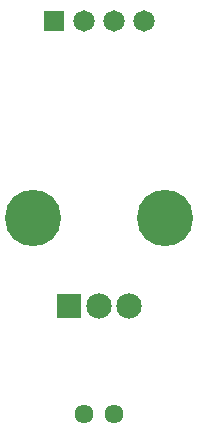
<source format=gbs>
G04*
G04 #@! TF.GenerationSoftware,Altium Limited,Altium Designer,25.8.1 (18)*
G04*
G04 Layer_Color=16711935*
%FSLAX44Y44*%
%MOMM*%
G71*
G04*
G04 #@! TF.SameCoordinates,17EE5B44-E4A8-4C47-BB28-8E3532D48F90*
G04*
G04*
G04 #@! TF.FilePolarity,Negative*
G04*
G01*
G75*
%ADD23C,1.6096*%
%ADD24C,2.1532*%
%ADD25C,1.8128*%
%ADD26R,2.1532X2.1532*%
%ADD27R,1.8128X1.8128*%
%ADD28C,4.7652*%
D23*
X269240Y26670D02*
D03*
X243840D02*
D03*
D24*
X256540Y118110D02*
D03*
X281540D02*
D03*
D25*
X243840Y359410D02*
D03*
X294640D02*
D03*
X269240D02*
D03*
D26*
X231540Y118110D02*
D03*
D27*
X218440Y359410D02*
D03*
D28*
X200540Y193110D02*
D03*
X312540D02*
D03*
M02*

</source>
